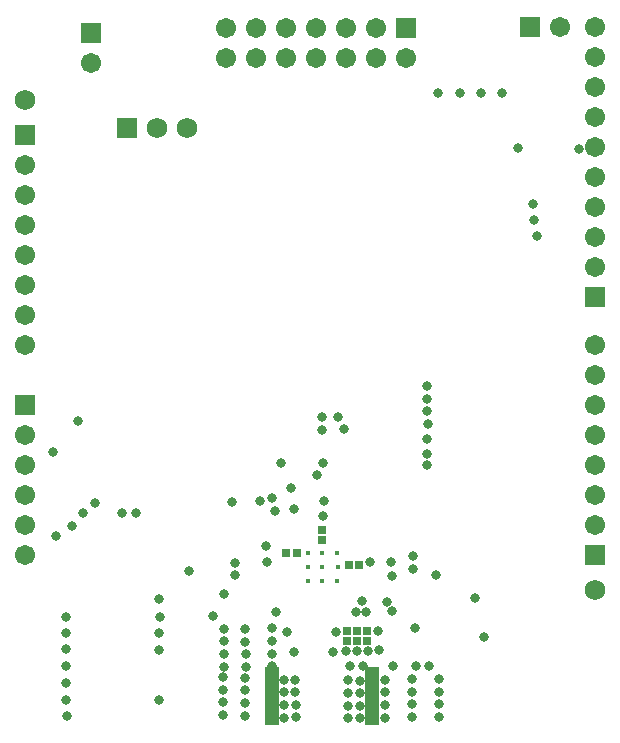
<source format=gbr>
%FSTAX23Y23*%
%MOMM*%
%SFA1B1*%

%IPPOS*%
%ADD89R,0.723199X0.723199*%
%ADD93R,0.723199X0.723199*%
%ADD97R,0.653199X0.753198*%
%ADD102R,1.223198X4.953190*%
%ADD106R,1.703197X1.703197*%
%ADD107C,1.703197*%
%ADD108C,1.753196*%
%ADD109R,1.753196X1.753196*%
%ADD110R,1.703197X1.703197*%
%ADD111C,0.803198*%
%ADD112C,0.449999*%
G54D89*
X26649Y16424D03*
Y15624D03*
X29599Y07874D03*
Y07074D03*
X28724D03*
Y07874D03*
X30474D03*
Y07074D03*
G54D93*
X29749Y13499D03*
X28949D03*
G54D97*
X23599Y14499D03*
X24499D03*
G54D102*
X30879Y02374D03*
X22379D03*
G54D106*
X44259Y58999D03*
X33739Y58939D03*
G54D107*
X46799Y58999D03*
X07099Y55984D03*
X49759Y16839D03*
Y19379D03*
Y21919D03*
Y24459D03*
Y26999D03*
Y29539D03*
Y32079D03*
X01499Y24459D03*
Y21919D03*
Y19379D03*
Y16839D03*
Y14299D03*
X49759Y41219D03*
Y58999D03*
Y56459D03*
Y53919D03*
Y51379D03*
Y48839D03*
Y46299D03*
Y43759D03*
Y38679D03*
X01499Y47319D03*
Y44779D03*
Y42239D03*
Y39699D03*
Y37159D03*
Y34619D03*
Y32079D03*
X18499Y56399D03*
Y58939D03*
X21039Y56399D03*
Y58939D03*
X23579Y56399D03*
Y58939D03*
X26119Y56399D03*
Y58939D03*
X28659Y56399D03*
Y58939D03*
X31199Y56399D03*
Y58939D03*
X33739Y56399D03*
G54D108*
X49759Y11324D03*
X01499Y52849D03*
X12689Y50449D03*
X15229D03*
G54D109*
X10149Y50449D03*
G54D110*
X07099Y58524D03*
X49759Y14299D03*
X01499Y26999D03*
X49759Y36139D03*
X01499Y49859D03*
G54D111*
X05999Y25649D03*
X03899Y22999D03*
X23999Y19999D03*
X35499Y21899D03*
Y22899D03*
X35599Y254D03*
X35499Y24099D03*
X36474Y53399D03*
X35499Y26499D03*
Y27499D03*
Y28599D03*
X41899Y53399D03*
X40091D03*
X38283D03*
X26599Y25999D03*
Y24899D03*
X10899Y17899D03*
X44599Y42699D03*
X44799Y41299D03*
X28499Y24999D03*
X27999Y25999D03*
X07399Y18699D03*
X06399Y17899D03*
X05499Y16799D03*
X04999Y09099D03*
Y07699D03*
X44499Y43999D03*
X04999Y06324D03*
X26699Y22099D03*
X09699Y17899D03*
X04999Y03499D03*
X48399Y48699D03*
X43199Y48799D03*
X29999Y10399D03*
X29499Y09499D03*
X32599Y09599D03*
X32512Y13699D03*
X21374Y18874D03*
X24249Y18174D03*
X26199Y21074D03*
X32624Y04949D03*
X3142Y06249D03*
X34474Y08149D03*
X26724Y17599D03*
X23174Y22074D03*
X15374Y12924D03*
X32574Y12549D03*
X30399Y09499D03*
X34374Y13149D03*
X36324Y12649D03*
X22424Y19149D03*
X22624Y17999D03*
X39624Y10699D03*
X32174Y10374D03*
X27799Y07824D03*
X18374Y11049D03*
X19249Y12599D03*
Y13599D03*
X18999Y18824D03*
X21924Y15049D03*
X21999Y13724D03*
X22774Y09449D03*
X23674Y07774D03*
X28699Y06224D03*
X30499D03*
X29624D03*
X31349Y07874D03*
X26799Y18849D03*
X40349Y07374D03*
X24249Y06124D03*
X27599D03*
X34374Y14199D03*
X30699Y13749D03*
X31999Y01616D03*
Y00549D03*
Y02683D03*
X28874Y01566D03*
Y00499D03*
X28849Y02633D03*
Y03699D03*
X29849Y01541D03*
Y00474D03*
X29824Y02608D03*
Y03674D03*
X34274Y01691D03*
X36549Y00624D03*
X34581Y04949D03*
X35699D03*
X24399Y01641D03*
Y00574D03*
X24374Y02708D03*
Y03774D03*
X23424Y01616D03*
Y00549D03*
X23399Y02683D03*
Y03749D03*
X20149Y01791D03*
Y00724D03*
X20124Y02858D03*
Y03924D03*
X18274Y01841D03*
Y00774D03*
X18249Y02908D03*
Y03974D03*
X18324Y05941D03*
Y04874D03*
X18299Y07008D03*
Y08074D03*
X20174Y05916D03*
Y04849D03*
X20149Y06983D03*
Y08049D03*
X22399Y05966D03*
Y04899D03*
X22374Y07033D03*
Y08099D03*
X30109Y04949D03*
X28991D03*
X36549Y02758D03*
X34274D03*
Y03824D03*
X36549D03*
X34274Y00624D03*
X36549Y01691D03*
X31999Y03749D03*
X04999Y02074D03*
X05024Y00699D03*
X04999Y04949D03*
X12899Y09099D03*
X12874Y07674D03*
Y06274D03*
Y10574D03*
Y02074D03*
X04099Y15949D03*
X17424Y09174D03*
G54D112*
X25474Y13299D03*
X26674Y14499D03*
X27874D03*
X26674Y13299D03*
X25474Y14499D03*
X27974Y13299D03*
X27874Y12099D03*
X25474D03*
X26674D03*
M02*
</source>
